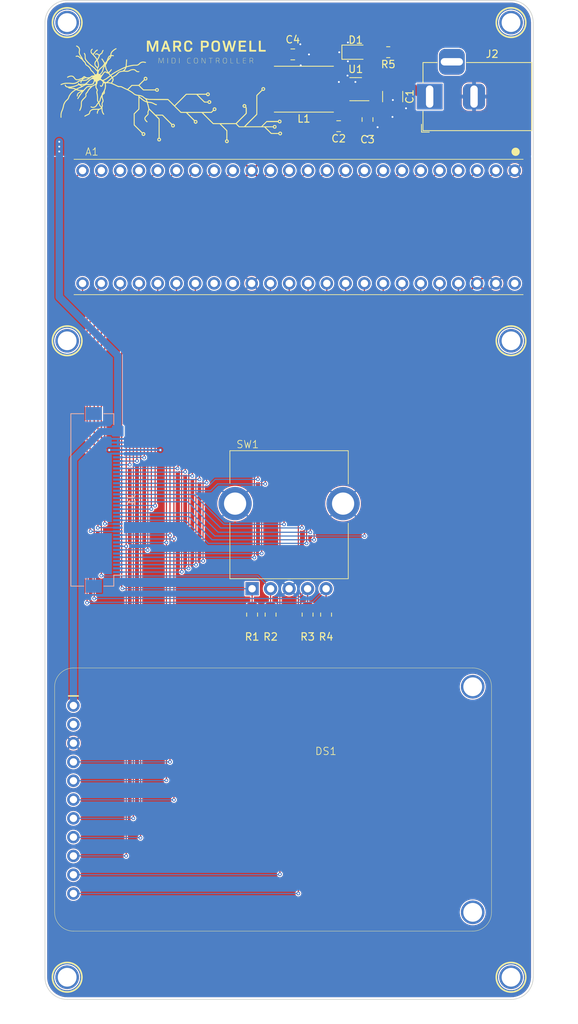
<source format=kicad_pcb>
(kicad_pcb (version 20221018) (generator pcbnew)
  (layers (0 "F.Cu" signal) (31 "B.Cu" signal) (34 "B.Paste" user) (35 "F.Paste" user) (36 "B.SilkS" user "B.Silkscreen") (37 "F.SilkS" user "F.Silkscreen") (38 "B.Mask" user) (39 "F.Mask" user) (44 "Edge.Cuts" user))
  (net 0 "")
  (net 1 "GND")
  (net 2 "/~{KEY_CLEAR}")
  (net 3 "/KEY_SER")
  (net 4 "/KEY_CLK")
  (net 5 "/LITE")
  (net 6 "/SD_CS")
  (net 7 "/CS_0")
  (net 8 "/CS_1")
  (net 9 "/CS_2")
  (net 10 "/CS_3")
  (net 11 "/CS_4")
  (net 12 "/CS_EN")
  (net 13 "/MOSI")
  (net 14 "/MISO")
  (net 15 "+3.3V")
  (net 16 "/POT_{5_1}")
  (net 17 "/POT_{5_2}")
  (net 18 "/POT_SEL_0")
  (net 19 "/POT_SEL_1")
  (net 20 "/POT_SEL_EN")
  (net 21 "/ENC_0")
  (net 22 "/ENC_1")
  (net 23 "/ENC_2")
  (net 24 "/ENC_3")
  (net 25 "/ROW_3")
  (net 26 "/ROW_2")
  (net 27 "/ROW_1")
  (net 28 "/DC")
  (net 29 "/IPS_CS")
  (net 30 "/~{IPS_RST}")
  (net 31 "/~{OLED_RST}")
  (net 34 "/SCLK")
  (net 35 "/POT_{0_1}")
  (net 36 "/POT_{0_2}")
  (net 37 "/POT_{1_1}")
  (net 38 "/POT_{1_2}")
  (net 39 "/POT_{2_1}")
  (net 40 "/POT_{2_2}")
  (net 41 "/POT_{3_1}")
  (net 42 "/POT_{3_2}")
  (net 43 "/POT_{4_1}")
  (net 44 "/POT_{4_2}")
  (net 53 "Net-(U1-EN)")
  (net 54 "Net-(U1-BST)")
  (net 55 "Net-(U1-SW)")
  (net 56 "+3.3VP")
  (net 58 "Net-(D1-A)")
  (footprint "MPP_Module:Teensy_4.1_THT" (layer "F.Cu") (at 110.5 63 -90)
    (fp_text reference "A1")
    (fp_text value "Teensy_4.1_THT")
  )
  (footprint "MPP_MountingHole:MountingHole_M2.5" (layer "F.Cu") (at 50 43)
    (fp_text reference "H1" hide)
    (fp_text value "MountingHole_Pad_M2.5")
  )
  (footprint "LED_SMD:LED_0805_2012Metric_Pad1.15x1.40mm_HandSolder" (layer "F.Cu") (at 89 47)
    (fp_text reference "D1")
    (fp_text value "RED")
  )
  (footprint "Resistor_SMD:R_0805_2012Metric_Pad1.20x1.40mm_HandSolder" (layer "F.Cu") (at 82.5 122.999999 90)
    (fp_text reference "R3")
    (fp_text value "10k")
  )
  (footprint "Resistor_SMD:R_0805_2012Metric_Pad1.20x1.40mm_HandSolder" (layer "F.Cu") (at 93.4 47 180)
    (fp_text reference "R5")
    (fp_text value "1k")
  )
  (footprint "MPP_MountingHole:MountingHole_M2.5" (layer "F.Cu") (at 110 172.000001)
    (fp_text reference "H6" hide)
    (fp_text value "MountingHole_Pad_M2.5")
  )
  (footprint "MPP_Display:ADAFRUIT_2IN_IPS_MODULE" (layer "F.Cu") (at 80 148 -90)
    (fp_text reference "DS1")
    (fp_text value "ADAFRUIT_2IN_IPS_MODULE")
  )
  (footprint "MPP_MountingHole:MountingHole_M2.5" (layer "F.Cu") (at 50 86)
    (fp_text reference "H3" hide)
    (fp_text value "MountingHole_Pad_M2.5")
  )
  (footprint "Capacitor_SMD:C_1210_3225Metric_Pad1.33x2.70mm_HandSolder" (layer "F.Cu") (at 94 53 -90)
    (fp_text reference "C1")
    (fp_text value "10uF, 50V, 20%")
  )
  (footprint "Connector_BarrelJack:BarrelJack_Horizontal" (layer "F.Cu") (at 99 53 180)
    (fp_text reference "J2")
    (fp_text value "Barrel_Jack_Switch")
  )
  (footprint "Resistor_SMD:R_0805_2012Metric_Pad1.20x1.40mm_HandSolder" (layer "F.Cu") (at 77.5 122.999999 90)
    (fp_text reference "R2")
    (fp_text value "10k")
  )
  (footprint "MPP_MountingHole:MountingHole_M2.5" (layer "F.Cu") (at 110 86)
    (fp_text reference "H4" hide)
    (fp_text value "MountingHole_Pad_M2.5")
  )
  (footprint "MPP_Graphics_Logos:Neuron_MIDI_30mm" (layer "F.Cu") (at 64.0716 52.1948)
    (fp_text reference "G***" hide)
    (fp_text value "Neuron_MIDI_30mm" hide)
  )
  (footprint "Resistor_SMD:R_0805_2012Metric_Pad1.20x1.40mm_HandSolder" (layer "F.Cu") (at 75 122.999999 90)
    (fp_text reference "R1")
    (fp_text value "10k")
  )
  (footprint "Capacitor_SMD:C_0805_2012Metric_Pad1.18x1.45mm_HandSolder" (layer "F.Cu") (at 86.7 57 180)
    (fp_text reference "C2")
    (fp_text value "0.1uF, 25V, 5%")
  )
  (footprint "MPP_Rotary_Encoder:EN16AB-HB" (layer "F.Cu") (at 80 108)
    (fp_text reference "SW1")
    (fp_text value "EN16AB-HB")
  )
  (footprint "MPP_MountingHole:MountingHole_M2.5" (layer "F.Cu") (at 50 172.000001)
    (fp_text reference "H5" hide)
    (fp_text value "MountingHole_Pad_M2.5")
  )
  (footprint "Resistor_SMD:R_0805_2012Metric_Pad1.20x1.40mm_HandSolder" (layer "F.Cu") (at 85 122.999999 90)
    (fp_text reference "R4")
    (fp_text value "10k")
  )
  (footprint "Capacitor_SMD:C_0805_2012Metric_Pad1.18x1.45mm_HandSolder" (layer "F.Cu") (at 80.5 47.3 180)
    (fp_text reference "C4")
    (fp_text value "22uF, 6.3V, 20%")
  )
  (footprint "MPP_MountingHole:MountingHole_M2.5" (layer "F.Cu") (at 110 43)
    (fp_text reference "H2" hide)
    (fp_text value "MountingHole_Pad_M2.5")
  )
  (footprint "Package_TO_SOT_SMD:TSOT-23-6" (layer "F.Cu") (at 89 52 180)
    (fp_text reference "U1")
    (fp_text value "AP63203WU")
  )
  (footprint "Inductor_SMD:L_Taiyo-Yuden_NR-60xx_HandSoldering" (layer "F.Cu") (at 82 52 180)
    (fp_text reference "L1")
    (fp_text value "4.7uH, 2.7A, 100mOhm")
  )
  (footprint "Capacitor_SMD:C_0805_2012Metric_Pad1.18x1.45mm_HandSolder" (layer "F.Cu") (at 90.6 56.1 90)
    (fp_text reference "C3")
    (fp_text value "22uF, 6.3V, 20%")
  )
  (footprint "Connector_FFC-FPC:Hirose_FH12-40S-0.5SH_1x40-1MP_P0.50mm_Horizontal" (layer "B.Cu") (at 55 107.5 90)
    (fp_text reference "J1")
    (fp_text value "Conn_01x40_Socket")
  )
  (gr_line (start 50 175) (end 110 175) (stroke (width 0.1)) (layer "Edge.Cuts"))
  (gr_line (start 47 43) (end 47 172) (stroke (width 0.1)) (layer "Edge.Cuts"))
  (gr_arc (start 50 175) (mid 47.87868 174.12132) (end 47 172) (stroke (width 0.1)) (layer "Edge.Cuts"))
  (gr_arc (start 113 172) (mid 112.12132 174.12132) (end 110 175) (stroke (width 0.1)) (layer "Edge.Cuts"))
  (gr_arc (start 110 40) (mid 112.12132 40.87868) (end 113 43) (stroke (width 0.1)) (layer "Edge.Cuts"))
  (gr_arc (start 47 43) (mid 47.87868 40.87868) (end 50 40) (stroke (width 0.1)) (layer "Edge.Cuts"))
  (gr_line (start 50 40) (end 110 40) (stroke (width 0.1)) (layer "Edge.Cuts"))
  (gr_line (start 113 172) (end 113 43) (stroke (width 0.1)) (layer "Edge.Cuts"))
  (segment (start 81.5375 47.3) (end 82.6804 47.3) (width 0.508) (layer "F.Cu") (net 1))
  (segment (start 86.752 51.05) (end 86.7284 51.0264) (width 0.508) (layer "F.Cu") (net 1))
  (segment (start 86.7924 47) (end 86.7792 47.0132) (width 0.508) (layer "F.Cu") (net 1))
  (segment (start 94 54.5625) (end 95.7857 54.5625) (width 0.508) (layer "F.Cu") (net 1))
  (segment (start 87.975 47) (end 87.975 45.7198) (width 0.508) (layer "F.Cu") (net 1))
  (segment (start 87.975 48.205) (end 87.9476 48.2324) (width 0.508) (layer "F.Cu") (net 1))
  (segment (start 90.6 57.1375) (end 90.6 58.4) (width 0.508) (layer "F.Cu") (net 1))
  (segment (start 81.5375 47.3) (end 81.5375 48.7479) (width 0.508) (layer "F.Cu") (net 1))
  (segment (start 87.975 45.7198) (end 87.9476 45.6924) (width 0.508) (layer "F.Cu") (net 1))
  (segment (start 91.9625 57.1375) (end 90.6 57.1375) (width 0.508) (layer "F.Cu") (net 1))
  (segment (start 87.8625 50.1971) (end 87.8968 50.1628) (width 0.508) (layer "F.Cu") (net 1))
  (segment (start 87.975 47) (end 86.7924 47) (width 0.508) (layer "F.Cu") (net 1))
  (segment (start 88.94 51.05) (end 88.9636 51.0264) (width 0.508) (layer "F.Cu") (net 1))
  (segment (start 87.8625 51.05) (end 87.8625 50.1971) (width 0.508) (layer "F.Cu") (net 1))
  (segment (start 87.8625 51.05) (end 88.94 51.05) (width 0.508) (layer "F.Cu") (net 1))
  (segment (start 94.7857 54.5625) (end 94.8056 54.5824) (width 0.508) (layer "F.Cu") (net 1))
  (segment (start 87.8625 51.05) (end 86.752 51.05) (width 0.508) (layer "F.Cu") (net 1))
  (segment (start 94 54.5625) (end 94 53.4924) (width 0.508) (layer "F.Cu") (net 1))
  (segment (start 94 54.5625) (end 94 55.7276) (width 0.508) (layer "F.Cu") (net 1))
  (segment (start 87.975 47) (end 87.975 48.205) (width 0.508) (layer "F.Cu") (net 1))
  (segment (start 81.5375 47.3) (end 81.5375 45.9539) (width 0.508) (layer "F.Cu") (net 1))
  (via (at 82.6872 47.3068) (size 0.508) (drill 0.254) (layers "F.Cu" "B.Cu") (net 1))
  (via (at 94.0276 53.4648) (size 0.508) (drill 0.254) (layers "F.Cu" "B.Cu") (net 1))
  (via (at 91.9625 57.1375) (size 0.508) (drill 0.254) (layers "F.Cu" "B.Cu") (net 1))
  (via (at 86.7792 47.0132) (size 0.508) (drill 0.254) (layers "F.Cu" "B.Cu") (net 1))
  (via (at 87.9476 45.6924) (size 0.508) (drill 0.254) (layers "F.Cu" "B.Cu") (net 1))
  (via (at 90.6 58.4) (size 0.508) (drill 0.254) (layers "F.Cu" "B.Cu") (net 1))
  (via (at 87.8968 50.1628) (size 0.508) (drill 0.254) (layers "F.Cu" "B.Cu") (net 1))
  (via (at 87.9476 48.2324) (size 0.508) (drill 0.254) (layers "F.Cu" "B.Cu") (net 1))
  (via (at 93.9768 55.7508) (size 0.508) (drill 0.254) (layers "F.Cu" "B.Cu") (net 1))
  (via (at 81.5188 45.9352) (size 0.508) (drill 0.254) (layers "F.Cu" "B.Cu") (net 1))
  (via (at 81.5696 48.78) (size 0.508) (drill 0.254) (layers "F.Cu" "B.Cu") (net 1))
  (via (at 86.7284 51.0264) (size 0.508) (drill 0.254) (layers "F.Cu" "B.Cu") (net 1))
  (via (at 88.9636 51.0264) (size 0.508) (drill 0.254) (layers "F.Cu" "B.Cu") (net 1))
  (via (at 95.8056 54.5824) (size 0.508) (drill 0.254) (layers "F.Cu" "B.Cu") (net 1))
  (segment (start 106.6472 81.4554) (end 106.6472 64.3128) (width 0.1524) (layer "F.Cu") (net 2))
  (segment (start 90.188 97.9146) (end 106.6472 81.4554) (width 0.1524) (layer "F.Cu") (net 2))
  (segment (start 106.6472 64.3128) (end 107.96 63) (width 0.1524) (layer "F.Cu") (net 2))
  (segment (start 90.188 112.379599) (end 90.188 97.9146) (width 0.1524) (layer "F.Cu") (net 2))
  (via (at 90.188 112.379599) (size 0.508) (drill 0.254) (layers "F.Cu" "B.Cu") (net 2))
  (segment (start 56.85 109.25) (end 66.8216 109.25) (width 0.1524) (layer "B.Cu") (net 2))
  (segment (start 66.8216 109.25) (end 69.951199 112.379599) (width 0.1524) (layer "B.Cu") (net 2))
  (segment (start 69.951199 112.379599) (end 90.188 112.379599) (width 0.1524) (layer "B.Cu") (net 2))
  (segment (start 104.158 81.1506) (end 104.158 64.262) (width 0.1524) (layer "F.Cu") (net 3))
  (segment (start 104.158 64.262) (end 105.42 63) (width 0.1524) (layer "F.Cu") (net 3))
  (segment (start 83.3808 112.887599) (end 83.3808 101.9278) (width 0.1524) (layer "F.Cu") (net 3))
  (segment (start 83.3808 101.9278) (end 104.158 81.1506) (width 0.1524) (layer "F.Cu") (net 3))
  (via (at 83.3808 112.887599) (size 0.508) (drill 0.254) (layers "F.Cu" "B.Cu") (net 3))
  (segment (start 66.458 109.75) (end 69.595599 112.887599) (width 0.1524) (layer "B.Cu") (net 3))
  (segment (start 69.595599 112.887599) (end 83.3808 112.887599) (width 0.1524) (layer "B.Cu") (net 3))
  (segment (start 56.85 109.75) (end 66.458 109.75) (width 0.1524) (layer "B.Cu") (net 3))
  (segment (start 82.3648 113.369699) (end 82.3648 100.4038) (width 0.1524) (layer "F.Cu") (net 4))
  (segment (start 82.3648 100.4038) (end 101.618 81.1506) (width 0.1524) (layer "F.Cu") (net 4))
  (segment (start 101.618 64.262) (end 102.88 63) (width 0.1524) (layer "F.Cu") (net 4))
  (segment (start 101.618 81.1506) (end 101.618 64.262) (width 0.1524) (layer "F.Cu") (net 4))
  (via (at 82.3648 113.369699) (size 0.508) (drill 0.254) (layers "F.Cu" "B.Cu") (net 4))
  (segment (start 69.112499 113.369699) (end 82.3648 113.369699) (width 0.1524) (layer "B.Cu") (net 4))
  (segment (start 65.9928 110.25) (end 69.112499 113.369699) (width 0.1524) (layer "B.Cu") (net 4))
  (segment (start 56.85 110.25) (end 65.9928 110.25) (width 0.1524) (layer "B.Cu") (net 4))
  (segment (start 81.2472 99.0322) (end 99.078 81.2014) (width 0.1524) (layer "F.Cu") (net 5))
  (segment (start 99.078 64.262) (end 100.34 63) (width 0.1524) (layer "F.Cu") (net 5))
  (segment (start 99.078 81.2014) (end 99.078 64.262) (width 0.1524) (layer "F.Cu") (net 5))
  (segment (start 81.2472 99.0322) (end 81.2472 160.6796) (width 0.1524) (layer "F.Cu") (net 5))
  (via (at 81.2472 160.6796) (size 0.508) (drill 0.254) (layers "F.Cu" "B.Cu") (net 5))
  (segment (start 81.2472 160.6796) (end 51.2054 160.6796) (width 0.1524) (layer "B.Cu") (net 5))
  (segment (start 51.2054 160.6796) (end 50.925 160.96) (width 0.1524) (layer "B.Cu") (net 5))
  (segment (start 78.758 158.0888) (end 78.758 98.7782) (width 0.1524) (layer "F.Cu") (net 6))
  (segment (start 96.538 80.9982) (end 96.538 64.262) (width 0.1524) (layer "F.Cu") (net 6))
  (segment (start 96.538 64.262) (end 97.8 63) (width 0.1524) (layer "F.Cu") (net 6))
  (segment (start 78.758 98.7782) (end 96.538 80.9982) (width 0.1524) (layer "F.Cu") (net 6))
  (via (at 78.758 158.0888) (size 0.508) (drill 0.254) (layers "F.Cu" "B.Cu") (net 6))
  (segment (start 51.2054 158.1396) (end 50.925 158.42) (width 0.1524) (layer "B.Cu") (net 6))
  (segment (start 78.7072 158.1396) (end 51.2054 158.1396) (width 0.1524) (layer "B.Cu") (net 6))
  (segment (start 78.758 158.0888) (end 78.7072 158.1396) (width 0.1524) (layer "B.Cu") (net 6))
  (segment (start 93.998 64.262) (end 95.26 63) (width 0.1524) (layer "F.Cu") (net 7))
  (segment (start 76.2683 98.7787) (end 93.998 81.049) (width 0.1524) (layer "F.Cu") (net 7))
  (segment (start 76.2942 114.7296) (end 76.2942 98.8046) (width 0.1524) (layer "F.Cu") (net 7))
  (segment (start 93.998 81.049) (end 93.998 64.262) (width 0.1524) (layer "F.Cu") (net 7))
  (segment (start 76.2942 98.8046) (end 76.2683 98.7787) (width 0.1524) (layer "F.Cu") (net 7))
  (via (at 76.2942 114.7296) (size 0.508) (drill 0.254) (layers "F.Cu" "B.Cu") (net 7))
  (segment (start 56.85 114.75) (end 56.855 114.755) (width 0.1524) (layer "B.Cu") (net 7))
  (segment (start 56.855 114.755) (end 76.2688 114.755) (width 0.1524) (layer "B.Cu") (net 7))
  (segment (start 76.2688 114.755) (end 76.2942 114.7296) (width 0.1524) (layer "B.Cu") (net 7))
  (segment (start 75.3036 115.2884) (end 75.3036 97.1526) (width 0.1524) (layer "F.Cu") (net 8))
  (segment (start 75.3036 97.1526) (end 91.458 80.9982) (width 0.1524) (layer "F.Cu") (net 8))
  (segment (start 91.458 80.9982) (end 91.458 64.262) (width 0.1524) (layer "F.Cu") (net 8))
  (segment (start 91.458 64.262) (end 92.72 63) (width 0.1524) (layer "F.Cu") (net 8))
  (via (at 75.3036 115.2884) (size 0.508) (drill 0.254) (layers "F.Cu" "B.Cu") (net 8))
  (segment (start 56.85 115.25) (end 75.2652 115.25) (width 0.1524) (layer "B.Cu") (net 8))
  (segment (start 75.2652 115.25) (end 75.3036 115.2884) (width 0.1524) (layer "B.Cu") (net 8))
  (segment (start 88.8672 64.3128) (end 90.18 63) (width 0.1524) (layer "F.Cu") (net 9))
  (segment (start 68.3694 115.7254) (end 68.3896 115.7456) (width 0.1524) (layer "F.Cu") (net 9))
  (segment (start 68.3694 101.5976) (end 68.3694 115.7254) (width 0.1524) (layer "F.Cu") (net 9))
  (segment (start 88.8672 81.0998) (end 88.8672 64.3128) (width 0.1524) (layer "F.Cu") (net 9))
  (segment (start 68.3694 101.5976) (end 88.8672 81.0998) (width 0.1524) (layer "F.Cu") (net 9))
  (via (at 68.3896 115.7456) (size 0.508) (drill 0.254) (layers "F.Cu" "B.Cu") (net 9))
  (segment (start 68.3852 115.75) (end 56.85 115.75) (width 0.1524) (layer "B.Cu") (net 9))
  (segment (start 68.3896 115.7456) (end 68.3852 115.75) (width 0.1524) (layer "B.Cu") (net 9))
  (segment (start 86.4288 80.8966) (end 86.4288 64.2112) (width 0.1524) (layer "F.Cu") (net 10))
  (segment (start 67.4042 116.2334) (end 67.4244 116.2536) (width 0.1524) (layer "F.Cu") (net 10))
  (segment (start 67.4042 99.9212) (end 86.4288 80.8966) (width 0.1524) (layer "F.Cu") (net 10))
  (segment (start 86.4288 64.2112) (end 87.64 63) (width 0.1524) (layer "F.Cu") (net 10))
  (segment (start 67.4042 99.9212) (end 67.4042 116.2334) (width 0.1524) (layer "F.Cu") (net 10))
  (via (at 67.4244 116.2536) (size 0.508) (drill 0.254) (layers "F.Cu" "B.Cu") (net 10))
  (segment (start 67.4208 116.25) (end 56.85 116.25) (width 0.1524) (layer "B.Cu") (net 10))
  (segment (start 67.4244 116.2536) (end 67.4208 116.25) (width 0.1524) (layer "B.Cu") (net 10))
  (segment (start 83.838 64.262) (end 85.1 63) (width 0.1524) (layer "F.Cu") (net 11))
  (segment (start 66.439 98.6512) (end 66.439 116.731) (width 0.1524) (layer "F.Cu") (net 11))
  (segment (start 83.838 81.2522) (end 83.838 64.262) (width 0.1524) (layer "F.Cu") (net 11))
  (segment (start 66.439 116.731) (end 66.4084 116.7616) (width 0.1524) (layer "F.Cu") (net 11))
  (segment (start 66.439 98.6512) (end 83.838 81.2522) (width 0.1524) (layer "F.Cu") (net 11))
  (via (at 66.4084 116.7616) (size 0.508) (drill 0.254) (layers "F.Cu" "B.Cu") (net 11))
  (segment (start 66.4084 116.7616) (end 66.383 116.7362) (width 0.1524) (layer "B.Cu") (net 11))
  (segment (start 56.8638 116.7362) (end 56.85 116.75) (width 0.1524) (layer "B.Cu") (net 11))
  (segment (start 66.383 116.7362) (end 56.8638 116.7362) (width 0.1524) (layer "B.Cu") (net 11))
  (segment (start 81.3488 81.303) (end 81.3488 64.2112) (width 0.1524) (layer "F.Cu") (net 12))
  (segment (start 65.4738 117.1986) (end 65.494 117.2188) (width 0.1524) (layer "F.Cu") (net 12))
  (segment (start 65.4738 97.178) (end 81.3488 81.303) (width 0.1524) (layer "F.Cu") (net 12))
  (segment (start 81.3488 64.2112) (end 82.56 63) (width 0.1524) (layer "F.Cu") (net 12))
  (segment (start 65.4738 97.178) (end 65.4738 117.1986) (width 0.1524) (layer "F.Cu") (net 12))
  (via (at 65.494 117.2188) (size 0.508) (drill 0.254) (layers "F.Cu" "B.Cu") (net 12))
  (segment (start 65.4628 117.25) (end 56.85 117.25) (width 0.1524) (layer "B.Cu") (net 12))
  (segment (start 65.494 117.2188) (end 65.4628 117.25) (width 0.1524) (layer "B.Cu") (net 12))
  (segment (start 64.4324 112.7484) (end 64.4324 148.0304) (width 0.1524) (layer "F.Cu") (net 13))
  (segment (start 64.4324 95.8318) (end 64.4324 112.7484) (width 0.1524) (layer "F.Cu") (net 13))
  (segment (start 78.7072 64.3128) (end 78.7072 81.557) (width 0.1524) (layer "F.Cu") (net 13))
  (segment (start 80.02 63) (end 78.7072 64.3128) (width 0.1524) (layer "F.Cu") (net 13))
  (segment (start 78.7072 81.557) (end 64.4324 95.8318) (width 0.1524) (layer "F.Cu") (net 13))
  (via (at 64.4324 112.7484) (size 0.508) (drill 0.254) (layers "F.Cu" "B.Cu") (net 13))
  (via (at 64.4324 148.0304) (size 0.508) (drill 0.254) (layers "F.Cu" "B.Cu") (net 13))
  (segment (start 64.407 112.7738) (end 64.4324 112.7484) (width 0.1524) (layer "B.Cu") (net 13))
  (segment (start 56.85 112.75) (end 56.8738 112.7738) (width 0.1524) (layer "B.Cu") (net 13))
  (segment (start 51.1546 148.0304) (end 50.925 148.26) (width 0.1524) (layer "B.Cu") (net 13))
  (segment (start 56.8738 112.7738) (end 64.407 112.7738) (width 0.1524) (layer "B.Cu") (net 13))
  (segment (start 64.4324 148.0304) (end 51.1546 148.0304) (width 0.1524) (layer "B.Cu") (net 13))
  (segment (start 63.4164 94.6126) (end 63.4164 113.2564) (width 0.1524) (layer "F.Cu") (net 14))
  (segment (start 63.4164 113.2564) (end 63.4164 145.3888) (width 0.1524) (layer "F.Cu") (net 14))
  (segment (start 76.218 81.811) (end 63.4164 94.6126) (width 0.1524) (layer "F.Cu") (net 14))
  (segment (start 77.48 63) (end 76.218 64.262) (width 0.1524) (layer "F.Cu") (net 14))
  (segment (start 76.218 64.262) (end 76.218 81.811) (width 0.1524) (layer "F.Cu") (net 14))
  (via (at 63.4164 113.2564) (size 0.508) (drill 0.254) (layers "F.Cu" "B.Cu") (net 14))
  (via (at 63.4164 145.3888) (size 0.508) (drill 0.254) (layers "F.Cu" "B.Cu") (net 14))
  (segment (start 63.3656 145.4396) (end 51.2054 145.4396) (width 0.1524) (layer "B.Cu") (net 14))
  (segment (start 63.41 113.25) (end 63.4164 113.2564) (width 0.1524) (layer "B.Cu") (net 14))
  (segment (start 63.4164 145.3888) (end 63.3656 145.4396) (width 0.1524) (layer "B.Cu") (net 14))
  (segment (start 56.85 113.25) (end 63.41 113.25) (width 0.1524) (layer "B.Cu") (net 14))
  (segment (start 51.2054 145.4396) (end 50.925 145.72) (width 0.1524) (layer "B.Cu") (net 14))
  (via (at 62.5984 100.7596) (size 0.508) (drill 0.254) (layers "F.Cu" "B.Cu") (net 15))
  (via (at 55.6896 100.7596) (size 0.508) (drill 0.254) (layers "F.Cu" "B.Cu") (net 15))
  (segment (start 56.85 100.75) (end 55.6992 100.75) (width 0.254) (layer "B.Cu") (net 15))
  (segment (start 56.85 100.75) (end 62.5888 100.75) (width 0.254) (layer "B.Cu") (net 15))
  (segment (start 62.5888 100.75) (end 62.5984 100.7596) (width 0.1524) (layer "B.Cu") (net 15))
  (segment (start 55.6992 100.75) (end 55.6896 100.7596) (width 0.254) (layer "B.Cu") (net 15))
  (segment (start 61.8924 90.7826) (end 61.8924 108.2728) (width 0.1524) (layer "F.Cu") (net 16))
  (segment (start 71.138 81.537) (end 71.138 64.262) (width 0.1524) (layer "F.Cu") (net 16))
  (segment (start 61.8924 108.2728) (end 61.8872 108.278) (width 0.1524) (layer "F.Cu") (net 16))
  (segment (start 71.138 64.262) (end 72.4 63) (width 0.1524) (layer "F.Cu") (net 16))
  (segment (start 61.8924 90.7826) (end 71.138 81.537) (width 0.1524) (layer "F.Cu") (net 16))
  (via (at 61.8872 108.278) (size 0.508) (drill 0.254) (layers "F.Cu" "B.Cu") (net 16))
  (segment (start 61.8592 108.25) (end 56.85 108.25) (width 0.1524) (layer "B.Cu") (net 16))
  (segment (start 61.8872 108.278) (end 61.8592 108.25) (width 0.1524) (layer "B.Cu") (net 16))
  (segment (start 61.3844 108.7347) (end 61.3839 108.7352) (width 0.1524) (layer "F.Cu") (net 17))
  (segment (start 68.598 81.477) (end 68.598 64.262) (width 0.1524) (layer "F.Cu") (net 17))
  (segment (start 61.3844 88.6906) (end 68.598 81.477) (width 0.1524) (layer "F.Cu") (net 17))
  (segment (start 61.3844 88.6906) (end 61.3844 108.7347) (width 0.1524) (layer "F.Cu") (net 17))
  (segment (start 68.598 64.262) (end 69.86 63) (width 0.1524) (layer "F.Cu") (net 17))
  (via (at 61.3839 108.7352) (size 0.508) (drill 0.254) (layers "F.Cu" "B.Cu") (net 17))
  (segment (start 61.3839 108.7352) (end 61.3691 108.75) (width 0.1524) (layer "B.Cu") (net 17))
  (segment (start 61.3691 108.75) (end 56.85 108.75) (width 0.1524) (layer "B.Cu") (net 17))
  (segment (start 60.4192 87.0558) (end 60.4192 101.7704) (width 0.1524) (layer "F.Cu") (net 18))
  (segment (start 66.0072 81.4678) (end 66.0072 64.3128) (width 0.1524) (layer "F.Cu") (net 18))
  (segment (start 60.4192 87.0558) (end 66.0072 81.4678) (width 0.1524) (layer "F.Cu") (net 18))
  (segment (start 66.0072 64.3128) (end 67.32 63) (width 0.1524) (layer "F.Cu") (net 18))
  (segment (start 60.4192 101.7704) (end 60.414 101.7756) (width 0.1524) (layer "F.Cu") (net 18))
  (via (at 60.414 101.7756) (size 0.508) (drill 0.254) (layers "F.Cu" "B.Cu") (net 18))
  (segment (start 60.3884 101.75) (end 56.85 101.75) (width 0.1524) (layer "B.Cu") (net 18))
  (segment (start 60.414 101.7756) (end 60.3884 101.75) (width 0.1524) (layer "B.Cu") (net 18))
  (segment (start 63.4672 64.3128) (end 64.78 63) (width 0.1524) (layer "F.Cu") (net 19))
  (segment (start 59.4276 85.6474) (end 59.4276 102.2116) (width 0.1524) (layer "F.Cu") (net 19))
  (segment (start 63.4672 81.6078) (end 63.4672 64.3128) (width 0.1524) (layer "F.Cu") (net 19))
  (segment (start 59.4276 85.6474) (end 63.4672 81.6078) (width 0.1524) (layer "F.Cu") (net 19))
  (segment (start 59.4276 102.2116) (end 59.4488 102.2328) (width 0.1524) (layer "F.Cu") (net 19))
  (via (at 59.4488 102.2328) (size 0.508) (drill 0.254) (layers "F.Cu" "B.Cu") (net 19))
  (segment (start 59.4488 102.2328) (end 59.4316 102.25) (width 0.1524) (layer "B.Cu") (net 19))
  (segment (start 59.4316 102.25) (end 56.85 102.25) (width 0.1524) (layer "B.Cu") (net 19))
  (segment (start 58.4629 84.0121) (end 60.978 81.497) (width 0.1524) (layer "F.Cu") (net 20))
  (segment (start 60.978 64.262) (end 62.24 63) (width 0.1524) (layer "F.Cu") (net 20))
  (segment (start 58.4629 84.0121) (end 58.4629 102.7408) (width 0.1524) (layer "F.Cu") (net 20))
  (segment (start 60.978 81.497) (end 60.978 64.262) (width 0.1524) (layer "F.Cu") (net 20))
  (via (at 58.4629 102.7408) (size 0.508) (drill 0.254) (layers "F.Cu" "B.Cu") (net 20))
  (segment (start 58.4537 102.75) (end 56.85 102.75) (width 0.1524) (layer "B.Cu") (net 20))
  (segment (start 58.4629 102.7408) (end 58.4537 102.75) (width 0.1524) (layer "B.Cu") (net 20))
  (segment (start 57.366 119.3524) (end 57.4676 119.454) (width 0.1524) (layer "F.Cu") (net 21))
  (segment (start 59.7 63) (end 58.4836 64.2164) (width 0.1524) (layer "F.Cu") (net 21))
  (segment (start 57.366 82.5732) (end 57.366 119.3524) (width 0.1524) (layer "F.Cu") (net 21))
  (segment (start 58.4836 78.306) (end 58.4836 81.4556) (width 0.1524) (layer "F.Cu") (net 21))
  (segment (start 75 119.5) (end 75 121.999999) (width 0.1524) (layer "F.Cu") (net 21))
  (segment (start 58.4836 64.2164) (end 58.4836 78.306) (width 0.1524) (layer "F.Cu") (net 21))
  (segment (start 58.4836 81.4556) (end 57.366 82.5732) (width 0.1524) (layer "F.Cu") (net 21))
  (via (at 57.4676 119.454) (size 0.508) (drill 0.254) (layers "F.Cu" "B.Cu") (net 21))
  (segment (start 57.4676 119.454) (end 57.5136 119.5) (width 0.1524) (layer "B.Cu") (net 21))
  (segment (start 57.5136 119.5) (end 75 119.5) (width 0.1524) (layer "B.Cu") (net 21))
  (segment (start 55.8928 80.9476) (end 55.8928 64.2672) (width 0.1524) (layer "F.Cu") (net 22))
  (segment (start 77.5 119.5) (end 77.5 121.999999) (width 0.1524) (layer "F.Cu") (net 22))
  (segment (start 55.8928 64.2672) (end 57.16 63) (width 0.1524) (layer "F.Cu") (net 22))
  (segment (start 54.6228 117.7268) (end 54.6228 82.2176) (width 0.1524) (layer "F.Cu") (net 22))
  (segment (start 54.6228 82.2176) (end 55.8928 80.9476) (width 0.1524) (layer "F.Cu") (net 22))
  (via (at 54.6228 117.7268) (size 0.508) (drill 0.254) (layers "F.Cu" "B.Cu") (net 22))
  (segment (start 54.6736 117.7776) (end 75.7776 117.7776) (width 0.1524) (layer "B.Cu") (net 22))
  (segment (start 54.6228 117.7268) (end 54.6736 117.7776) (width 0.1524) (layer "B.Cu") (net 22))
  (segment (start 75.7776 117.7776) (end 77.5 119.5) (width 0.1524) (layer "B.Cu") (net 22))
  (segment (start 53.6576 78.802971) (end 53.5414 78.686771) (width 0.1524) (layer "F.Cu") (net 23))
  (segment (start 82.5 119.5) (end 82.5 121.999999) (width 0.1524) (layer "F.Cu") (net 23))
  (segment (start 53.5414 78.686771) (end 53.5414 64.0786) (width 0.1524) (layer "F.Cu") (net 23))
  (segment (start 53.6576 120.8256) (end 53.6576 78.802971) (width 0.1524) (layer "F.Cu") (net 23))
  (segment (start 53.5414 64.0786) (end 54.62 63) (width 0.1524) (layer "F.Cu") (net 23))
  (via (at 53.6576 120.8256) (size 0.508) (drill 0.254) (layers "F.Cu" "B.Cu") (net 23))
  (segment (start 81.1744 120.8256) (end 82.5 119.5) (width 0.1524) (layer "B.Cu") (net 23))
  (segment (start 53.6576 120.8256) (end 81.1744 120.8256) (width 0.1524) (layer "B.Cu") (net 23))
  (segment (start 50.6096 64.4704) (end 52.08 63) (width 0.1524) (layer "F.Cu") (net 24))
  (segment (start 50.6096 80.4396) (end 50.6096 64.4704) (width 0.1524) (layer "F.Cu") (net 24))
  (segment (start 52.6924 121.3844) (end 52.6924 82.5224) (width 0.1524) (layer "F.Cu") (net 24))
  (segment (start 52.6924 82.5224) (end 50.6096 80.4396) (width 0.1524) (layer "F.Cu") (net 24))
  (segment (start 85 119.5) (end 85 121.999999) (width 0.1524) (layer "F.Cu") (net 24))
  (via (at 52.6924 121.3844) (size 0.508) (drill 0.254) (layers "F.Cu" "B.Cu") (net 24))
  (segment (start 52.6924 121.3844) (end 52.7432 121.3336) (width 0.1524) (layer "B.Cu") (net 24))
  (segment (start 83.1664 121.3336) (end 85 119.5) (width 0.1524) (layer "B.Cu") (net 24))
  (segment (start 52.7432 121.3336) (end 83.1664 121.3336) (width 0.1524) (layer "B.Cu") (net 24))
  (segment (start 53.0988 111.6567) (end 53.0988 81.862) (width 0.1524) (layer "F.Cu") (net 25))
  (segment (start 53.0988 81.862) (end 52.08 80.8432) (width 0.1524) (layer "F.Cu") (net 25))
  (segment (start 53.1745 111.7324) (end 53.0988 111.6567) (width 0.1524) (layer "F.Cu") (net 25))
  (segment (start 52.08 80.8432) (end 52.08 78.24) (width 0.1524) (layer "F.Cu") (net 25))
  (via (at 53.1745 111.7324) (size 0.508) (drill 0.254) (layers "F.Cu" "B.Cu") (net 25))
  (segment (start 53.1921 111.75) (end 56.85 111.75) (width 0.1524) (layer "B.Cu") (net 25))
  (segment (start 53.1745 111.7324) (end 53.1921 111.75) (width 0.1524) (layer "B.Cu") (net 25))
  (segment (start 54.1397 111.2679) (end 54.1656 111.242) (width 0.1524) (layer "F.Cu") (net 26))
  (segment (start 54.1656 111.242) (end 54.1656 78.6944) (width 0.1524) (layer "F.Cu") (net 26))
  (segment (start 54.1656 78.6944) (end 54.62 78.24) (width 0.1524) (layer "F.Cu") (net 26))
  (via (at 54.1397 111.2679) (size 0.508) (drill 0.254) (layers "F.Cu" "B.Cu") (net 26))
  (segment (start 54.1397 111.2679) (end 54.1576 111.25) (width 0.1524) (layer "B.Cu") (net 26))
  (segment (start 54.1576 111.25) (end 56.85 111.25) (width 0.1524) (layer "B.Cu") (net 26))
  (segment (start 55.08 110.6915) (end 55.08 83.386) (width 0.1524) (layer "F.Cu") (net 27))
  (segment (start 55.08 83.386) (end 57.16 81.306) (width 0.1524) (layer "F.Cu") (net 27))
  (segment (start 55.1049 110.7164) (end 55.08 110.6915) (width 0.1524) (layer "F.Cu") (net 27))
  (segment (start 57.16 81.306) (end 57.16 78.24) (width 0.1524) (layer "F.Cu") (net 27))
  (via (at 55.1049 110.7164) (size 0.508) (drill 0.254) (layers "F.Cu" "B.Cu") (net 27))
  (segment (start 55.1385 110.75) (end 56.85 110.75) (width 0.1524) (layer "B.Cu") (net 27))
  (segment (start 55.1049 110.7164) (end 55.1385 110.75) (width 0.1524) (layer "B.Cu") (net 27))
  (segment (start 57.9808 83.1942) (end 57.9808 113.7592) (width 0.1524) (layer "F.Cu") (net 28))
  (segment (start 57.9808 113.7592) (end 57.9756 113.7644) (width 0.1524) (layer "F.Cu") (net 28))
  (segment (start 57.9756 116.235199) (end 57.9808 116.240399) (width 0.1524) (layer "F.Cu") (net 28))
  (segment (start 57.9808 83.1942) (end 59.7 81.475) (width 0.1524) (layer "F.Cu") (net 28))
  (segment (start 57.9808 155.5996) (end 57.9808 116.240399) (width 0.1524) (layer "F.Cu") (net 28))
  (segment (start 57.9756 113.7644) (end 57.9756 116.235199) (width 0.1524) (layer "F.Cu") (net 28))
  (segment (start 59.7 81.475) (end 59.7 78.24) (width 0.1524) (layer "F.Cu") (net 28))
  (via (at 57.9808 155.5996) (size 0.508) (drill 0.254) (layers "F.Cu" "B.Cu") (net 28))
  (via (at 57.9756 113.7644) (size 0.508) (drill 0.254) (layers "F.Cu" "B.Cu") (net 28))
  (segment (start 57.9808 155.5996) (end 51.2054 155.5996) (width 0.1524) (layer "B.Cu") (net 28))
  (segment (start 51.2054 155.5996) (end 50.925 155.88) (width 0.1524) (layer "B.Cu") (net 28))
  (segment (start 57.9756 113.7644) (end 56.8644 113.7644) (width 0.1524) (layer "B.Cu") (net 28))
  (segment (start 56.8644 113.7644) (end 56.85 113.75) (width 0.1524) (layer "B.Cu") (net 28))
  (segment (start 58.9455 84.8795) (end 58.9455 150.5196) (width 0.1524) (layer "F.Cu") (net 29))
  (segment (start 62.24 81.585) (end 62.24 78.24) (width 0.1524) (layer "F.Cu") (net 29))
  (segment (start 58.9455 84.8795) (end 62.24 81.585) (width 0.1524) (layer "F.Cu") (net 29))
  (via (at 58.9455 150.5196) (size 0.508) (drill 0.254) (layers "F.Cu" "B.Cu") (net 29))
  (segment (start 51.2054 150.5196) (end 50.925 150.8) (width 0.1524) (layer "B.Cu") (net 29))
  (segment (start 58.9455 150.5196) (end 51.2054 150.5196) (width 0.1524) (layer "B.Cu") (net 29))
  (segment (start 64.78 81.545) (end 64.78 78.24) (width 0.1524) (layer "F.Cu") (net 30))
  (segment (start 59.9102 86.4148) (end 59.9314 86.436) (width 0.1524) (layer "F.Cu") (net 30))
  (segment (start 59.9102 86.4148) (end 64.78 81.545) (width 0.1524) (layer "F.Cu") (net 30))
  (segment (start 59.9314 86.436) (end 59.9314 153.14) (width 0.1524) (layer "F.Cu") (net 30))
  (segment (start 59.9314 153.14) (end 59.9102 153.1612) (width 0.1524) (layer "F.Cu") (net 30))
  (via (at 59.9102 153.1612) (size 0.508) (drill 0.254) (layers "F.Cu" "B.Cu") (net 30))
  (segment (start 59.8594 153.1104) (end 51.1546 153.1104) (width 0.1524) (layer "B.Cu") (net 30))
  (segment (start 59.9102 153.1612) (end 59.8594 153.1104) (width 0.1524) (layer "B.Cu") (net 30))
  (segment (start 51.1546 153.1104) (end 50.925 153.34) (width 0.1524) (layer "B.Cu") (net 30))
  (segment (start 60.9018 114.2418) (end 60.9018 87.9232) (width 0.1524) (layer "F.Cu") (net 31))
  (segment (start 60.9018 87.9232) (end 67.32 81.505) (width 0.1524) (layer "F.Cu") (net 31))
  (segment (start 67.32 81.505) (end 67.32 78.24) (width 0.1524) (layer "F.Cu") (net 31))
  (segment (start 60.8712 114.2724) (end 60.9018 114.2418) (width 0.1524) (layer "F.Cu") (net 31))
  (via (at 60.8712 114.2724) (size 0.508) (drill 0.254) (layers "F.Cu" "B.Cu") (net 31))
  (segment (start 60.8488 114.25) (end 56.85 114.25) (width 0.1524) (layer "B.Cu") (net 31))
  (segment (start 60.8712 114.2724) (end 60.8488 114.25) (width 0.1524) (layer "B.Cu") (net 31))
  (segment (start 63.8985 112.2912) (end 63.8985 142.8996) (width 0.1524) (layer "F.Cu") (net 34))
  (segment (start 63.8985 95.2989) (end 63.8985 112.2912) (width 0.1524) (layer "F.Cu") (net 34))
  (segment (start 77.48 78.24) (end 77.48 81.7174) (width 0.1524) (layer "F.Cu") (net 34))
  (segment (start 77.48 81.7174) (end 63.8985 95.2989) (width 0.1524) (layer "F.Cu") (net 34))
  (via (at 63.8985 142.8996) (size 0.508) (drill 0.254) (layers "F.Cu" "B.Cu") (net 34))
  (via (at 63.8985 112.2912) (size 0.508) (drill 0.254) (layers "F.Cu" "B.Cu") (net 34))
  (segment (start 56.85 112.25) (end 63.8573 112.25) (width 0.1524) (layer "B.Cu") (net 34))
  (segment (start 51.2054 142.8996) (end 50.925 143.18) (width 0.1524) (layer "B.Cu") (net 34))
  (segment (start 63.8985 142.8996) (end 51.2054 142.8996) (width 0.1524) (layer "B.Cu") (net 34))
  (segment (start 63.8573 112.25) (end 63.8985 112.2912) (width 0.1524) (layer "B.Cu") (net 34))
  (segment (start 64.9912 103.1721) (end 64.9145 103.2488) (width 0.1524) (layer "F.Cu") (net 35))
  (segment (start 64.9912 96.4922) (end 80.02 81.4634) (width 0.1524) (layer "F.Cu") (net 35))
  (segment (start 64.9912 96.4922) (end 64.9912 103.1721) (width 0.1524) (layer "F.Cu") (net 35))
  (segment (start 80.02 81.4634) (end 80.02 78.24) (width 0.1524) (layer "F.Cu") (net 35))
  (via (at 64.9145 103.2488) (size 0.508) (drill 0.254) (layers "F.Cu" "B.Cu") (net 35))
  (segment (start 64.9145 103.2488) (end 64.9133 103.25) (width 0.1524) (layer "B.Cu") (net 35))
  (segment (start 64.9133 103.25) (end 56.85 103.25) (width 0.1524) (layer "B.Cu") (net 35))
  (segment (start 82.56 81.3618) (end 82.56 78.24) (width 0.1524) (layer "F.Cu") (net 36))
  (segment (start 65.9564 103.7055) (end 65.9559 103.706) (width 0.1524) (layer "F.Cu") (net 36))
  (segment (start 65.9564 97.9654) (end 82.56 81.3618) (width 0.1524) (layer "F.Cu") (net 36))
  (segment (start 65.9564 97.9654) (end 65.9564 103.7055) (width 0.1524) (layer "F.Cu") (net 36))
  (via (at 65.9559 103.706) (size 0.508) (drill 0.254) (layers "F.Cu" "B.Cu") (net 36))
  (segment (start 65.9119 103.75) (end 56.85 103.75) (width 0.1524) (layer "B.Cu") (net 36))
  (segment (start 65.9559 103.706) (end 65.9119 103.75) (width 0.1524) (layer "B.Cu") (net 36))
  (segment (start 85.1 81.1078) (end 85.1 78.24) (width 0.1524) (layer "F.Cu") (net 37))
  (segment (start 66.9216 99.2862) (end 85.1 81.1078) (width 0.1524) (layer "F.Cu") (net 37))
  (segment (start 66.9216 99.2862) (end 66.9216 104.2643) (width 0.1524) (layer "F.Cu") (net 37))
  (segment (start 66.9216 104.2643) (end 66.9211 104.2648) (width 0.1524) (layer "F.Cu") (net 37))
  (via (at 66.9211 104.2648) (size 0.508) (drill 0.254) (layers "F.Cu" "B.Cu") (net 37))
  (segment (start 66.9063 104.25) (end 56.85 104.25) (width 0.1524) (layer "B.Cu") (net 37))
  (segment (start 66.9211 104.2648) (end 66.9063 104.25) (width 0.1524) (layer "B.Cu") (net 37))
  (segment (start 67.8868 100.5816) (end 67.8868 104.7215) (width 0.1524) (layer "F.Cu") (net 38))
  (segment (start 67.8868 100.5816) (end 87.64 80.8284) (width 0.1524) (layer "F.Cu") (net 38))
  (segment (start 67.8868 104.7215) (end 67.8863 104.722) (width 0.1524) (layer "F.Cu") (net 38))
  (segment (start 87.64 80.8284) (end 87.64 78.24) (width 0.1524) (layer "F.Cu") (net 38))
  (via (at 67.8863 104.722) (size 0.508) (drill 0.254) (layers "F.Cu" "B.Cu") (net 38))
  (segment (start 67.8583 104.75) (end 56.85 104.75) (width 0.1524) (layer "B.Cu") (net 38))
  (segment (start 67.8863 104.722) (end 67.8583 104.75) (width 0.1524) (layer "B.Cu") (net 38))
  (segment (start 90.18 81.057) (end 90.18 78.24) (width 0.1524) (layer "F.Cu") (net 39))
  (segment (start 68.852 102.385) (end 90.18 81.057) (width 0.1524) (layer "F.Cu") (net 39))
  (segment (start 68.852 102.385) (end 68.8515 102.3855) (width 0.1524) (layer "F.Cu") (net 39))
  (segment (start 68.8515 102.3855) (end 68.8515 105.1792) (width 0.1524) (layer "F.Cu") (net 39))
  (via (at 68.8515 105.1792) (size 0.508) (drill 0.254) (layers "F.Cu" "B.Cu") (net 39))
  (segment (start 68.8515 105.1792) (end 68.7807 105.25) (width 0.1524) (layer "B.Cu") (net 39))
  (segment (start 68.7807 105.25) (end 56.85 105.25) (width 0.1524) (layer "B.Cu") (net 39))
  (segment (start 75.7857 97.9405) (end 92.72 81.0062) (width 0.1524) (layer "F.Cu") (net 40))
  (segment (start 75.7857 104.722) (end 75.7857 97.9405) (width 0.1524) (layer "F.Cu") (net 40))
  (segment (start 75.7857 104.861199) (end 75.7857 104.722) (width 0.1524) (layer "F.Cu") (net 40))
  (segment (start 92.72 81.0062) (end 92.72 78.24) (width 0.1524) (layer "F.Cu") (net 40))
  (via (at 75.7857 104.722) (size 0.508) (drill 0.254) (layers "F.Cu" "B.Cu") (net 40))
  (segment (start 70.0152 104.722) (end 75.7857 104.722) (width 0.1524) (layer "B.Cu") (net 40))
  (segment (start 56.85 105.75) (end 68.9872 105.75) (width 0.1524) (layer "B.Cu") (net 40))
  (segment (start 68.9872 105.75) (end 70.0152 104.722) (width 0.1524) (layer "B.Cu") (net 40))
  (segment (start 76.7768 105.3316) (end 76.7768 105.419999) (width 0.1524) (layer "F.Cu") (net 41))
  (segment (start 95.26 78.24) (end 95.26 80.9046) (width 0.1524) (layer "F.Cu") (net 41))
  (segment (start 95.26 80.9046) (end 76.7768 99.3878) (width 0.1524) (layer "F.Cu") (net 41))
  (segment (start 76.7768 99.3878) (end 76.7768 105.3316) (width 0.1524) (layer "F.Cu") (net 41))
  (via (at 76.7768 105.3316) (size 0.508) (drill 0.254) (layers "F.Cu" "B.Cu") (net 41))
  (segment (start 56.85 106.25) (end 69.4016 106.25) (width 0.1524) (layer "B.Cu") (net 41))
  (segment (start 69.4016 106.25) (end 70.32 105.3316) (width 0.1524) (layer "B.Cu") (net 41))
  (segment (start 70.32 105.3316) (end 76.7768 105.3316) (width 0.1524) (layer "B.Cu") (net 41))
  (segment (start 79.3168 99.5402) (end 79.3168 110.804799) (width 0.1524) (layer "F.Cu") (net 42))
  (segment (start 97.8 81.057) (end 79.3168 99.5402) (width 0.1524) (layer "F.Cu") (net 42))
  (segment (start 97.8 78.24) (end 97.8 81.057) (width 0.1524) (layer "F.Cu") (net 42))
  (via (at 79.3168 110.804799) (size 0.508) (drill 0.254) (layers "F.Cu" "B.Cu") (net 42))
  (segment (start 56.85 106.75) (end 67.1156 106.75) (width 0.1524) (layer "B.Cu") (net 42))
  (segment (start 67.1156 106.75) (end 71.170399 110.804799) (width 0.1524) (layer "B.Cu") (net 42))
  (segment (start 71.170399 110.804799) (end 79.3168 110.804799) (width 0.1524) (layer "B.Cu") (net 42))
  (segment (start 81.7293 111.261999) (end 81.7293 99.8709) (width 0.1524) (layer "F.Cu") (net 43))
  (segment (start 100.34 81.2602) (end 100.34 78.24) (width 0.1524) (layer "F.Cu") (net 43))
  (segment (start 81.7293 99.8709) (end 100.34 81.2602) (width 0.1524) (layer "F.Cu") (net 43))
  (via (at 81.7293 111.261999) (size 0.508) (drill 0.254) (layers "F.Cu" "B.Cu") (net 43))
  (segment (start 66.7012 107.25) (end 70.738599 111.287399) (width 0.1524) (layer "B.Cu") (net 43))
  (segment (start 56.85 107.25) (end 66.7012 107.25) (width 0.1524) (layer "B.Cu") (net 43))
  (segment (start 70.738599 111.287399) (end 81.7039 111.287399) (width 0.1524) (layer "B.Cu") (net 43))
  (segment (start 81.7039 111.287399) (end 81.7293 111.261999) (width 0.1524) (layer "B.Cu") (net 43))
  (segment (start 82.8728 111.871599) (end 82.8728 101.1658) (width 0.1524) (layer "F.Cu") (net 44))
  (segment (start 82.8728 101.1658) (end 102.88 81.1586) (width 0.1524) (layer "F.Cu") (net 44))
  (segment (start 102.88 81.1586) (end 102.88 78.24) (width 0.1524) (layer "F.Cu") (net 44))
  (via (at 82.8728 111.871599) (size 0.508) (drill 0.254) (layers "F.Cu" "B.Cu") (net 44))
  (segment (start 66.2868 107.75) (end 70.408399 111.871599) (width 0.1524) (layer "B.Cu") (net 44))
  (segment (start 70.408399 111.871599) (end 82.8728 111.871599) (width 0.1524) (layer "B.Cu") (net 44))
  (segment (start 56.85 107.75) (end 66.2868 107.75) (width 0.1524) (layer "B.Cu") (net 44))
  (segment (start 93.4375 52) (end 94 51.4375) (width 0.508) (layer "F.Cu") (net 53))
  (segment (start 90.1375 51.05) (end 93.6125 51.05) (width 0.508) (layer "F.Cu") (net 53))
  (segment (start 96.4328 51.4328) (end 98 53) (width 1.016) (layer "F.Cu") (net 53))
  (segment (start 93.6125 51.05) (end 94 51.4375) (width 0.508) (layer "F.Cu") (net 53))
  (segment (start 90.1375 52) (end 93.4375 52) (width 0.508) (layer "F.Cu") (net 53))
  (segment (start 98 53) (end 99 53) (width 1.016) (layer "F.Cu") (net 53))
  (segment (start 94.0047 51.4328) (end 94 51.4375) (width 1.016) (layer "F.Cu") (net 53))
  (segment (start 96.4328 51.4328) (end 94.0047 51.4328) (width 1.016) (layer "F.Cu") (net 53))
  (segment (start 88.0375 57) (end 87.8625 56.825) (width 0.508) (layer "F.Cu") (net 54))
  (segment (start 87.8625 56.825) (end 87.8625 52.95) (width 0.508) (layer "F.Cu") (net 54))
  (segment (start 84.775 52) (end 85.7632 52.9882) (width 0.508) (layer "F.Cu") (net 55))
  (segment (start 85.7632 52.9882) (end 85.7632 56.8007) (width 0.508) (layer "F.Cu") (net 55))
  (segment (start 85.7632 56.8007) (end 85.9625 57) (width 0.508) (layer "F.Cu") (net 55))
  (segment (start 87.8625 52) (end 84.775 52) (width 0.508) (layer "F.Cu") (net 55))
  (via (at 48.9332 59.764) (size 0.508) (drill 0.254) (layers "F.Cu" "B.Cu") (net 56))
  (via (at 48.9332 60.4244) (size 0.508) (drill 0.254) (layers "F.Cu" "B.Cu") (net 56))
  (via (at 48.9332 59.1036) (size 0.508) (drill 0.254) (layers "F.Cu" "B.Cu") (net 56))
  (segment (start 48.9332 60.4244) (end 48.9332 59.764) (width 1.016) (layer "B.Cu") (net 56))
  (segment (start 48.9332 80.084) (end 48.9332 60.4244) (width 1.016) (layer "B.Cu") (net 56))
  (segment (start 50.8464 101.996) (end 54.5924 98.25) (width 1.016) (layer "B.Cu") (net 56))
  (segment (start 56.85 88.0008) (end 48.9332 80.084) (width 1.016) (layer "B.Cu") (net 56))
  (segment (start 48.9332 59.1036) (end 48.9332 59.5608) (width 1.016) (layer "B.Cu") (net 56))
  (segment (start 50.8464 135.2886) (end 50.8464 101.996) (width 1.016) (layer "B.Cu") (net 56))
  (segment (start 56.85 97.75) (end 56.85 88.0008) (width 1.016) (layer "B.Cu") (net 56))
  (segment (start 48.9332 59.764) (end 48.9332 59.1036) (width 1.016) (layer "B.Cu") (net 56))
  (segment (start 54.5924 98.25) (end 56.85 98.25) (width 1.016) (layer "B.Cu") (net 56))
  (segment (start 90.025 47) (end 92.4 47) (width 0.508) (layer "F.Cu") (net 58))
  (zone (net 56) (net_name "+3.3VP") (layer "F.Cu") (priority 2) (connect_pads (clearance 0.1524)) (min_thickness 0.1524) (fill yes (thermal_gap 0.1778) (thermal_bridge_width 0.508))
    (polygon (pts (xy 47 40) (xy 113 40) (xy 113 61) (xy 47 61)))
  )
  (zone (net 15) (net_name "+3.3V") (layer "F.Cu") (connect_pads (clearance 0.1524)) (min_thickness 0.1524) (fill yes (thermal_gap 0.1778) (thermal_bridge_width 0.254))
    (polygon (pts (xy 47 61) (xy 113 61) (xy 113 175) (xy 47 175)))
  )
  (zone (net 56) (net_name "+3.3VP") (layer "B.Cu") (priority 3) (connect_pads yes (clearance 0.1524)) (min_thickness 0.25) (fill yes (thermal_gap 0.5) (thermal_bridge_width 0.5))
    (polygon (pts (xy 56.0452 98.9816) (xy 56.0452 97.4576) (xy 57.62 97.4576) (xy 57.62 98.9816)))
  )
  (zone (net 1) (net_name "GND") (layer "B.Cu") (priority 1) (connect_pads (clearance 0.1524)) (min_thickness 0.1524) (fill yes (thermal_gap 0.1778) (thermal_bridge_width 0.254))
    (polygon (pts (xy 47 40) (xy 113 40) (xy 113 175) (xy 47 175)))
  )
  (zone (net 1) (net_name "GND") (layer "B.Cu") (priority 4) (connect_pads (clearance 0.1524)) (min_thickness 0.1524) (fill yes (thermal_gap 0.1778) (thermal_bridge_width 0.508))
    (polygon (pts (xy 103.1876 50.9756) (xy 106.7436 50.9756) (xy 106.7436 55.0396) (xy 103.1876 55.0396)))
  )
)
</source>
